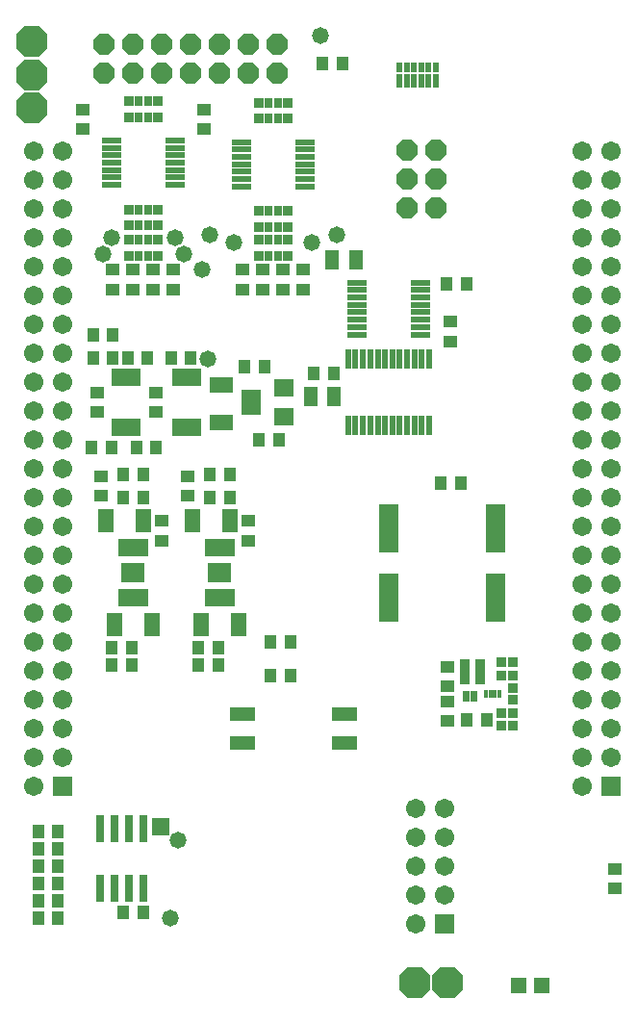
<source format=gts>
G75*
%MOIN*%
%OFA0B0*%
%FSLAX24Y24*%
%IPPOS*%
%LPD*%
%AMOC8*
5,1,8,0,0,1.08239X$1,22.5*
%
%ADD10R,0.0671X0.0671*%
%ADD11C,0.0671*%
%ADD12R,0.0500X0.0430*%
%ADD13C,0.0580*%
%ADD14R,0.0316X0.0946*%
%ADD15R,0.0430X0.0500*%
%ADD16R,0.0660X0.0220*%
%ADD17OC8,0.1085*%
%ADD18R,0.0560X0.0820*%
%ADD19R,0.0460X0.0680*%
%ADD20R,0.0220X0.0660*%
%ADD21R,0.0250X0.0640*%
%ADD22OC8,0.0740*%
%ADD23R,0.0710X0.0592*%
%ADD24R,0.0710X0.0867*%
%ADD25R,0.0552X0.0552*%
%ADD26R,0.0820X0.0560*%
%ADD27R,0.0710X0.0218*%
%ADD28R,0.0870X0.0510*%
%ADD29R,0.0631X0.0631*%
%ADD30R,0.0820X0.0700*%
%ADD31R,0.0277X0.0356*%
%ADD32R,0.0332X0.0356*%
%ADD33R,0.0230X0.0380*%
%ADD34R,0.0230X0.0480*%
%ADD35R,0.0710X0.1655*%
%ADD36C,0.0174*%
%ADD37R,0.0350X0.0380*%
%ADD38R,0.0380X0.0350*%
%ADD39C,0.0024*%
%ADD40C,0.0034*%
D10*
X005946Y008000D03*
X019196Y003250D03*
X024946Y008000D03*
D11*
X024946Y009000D03*
X024946Y010000D03*
X024946Y011000D03*
X024946Y012000D03*
X024946Y013000D03*
X024946Y014000D03*
X024946Y015000D03*
X024946Y016000D03*
X024946Y017000D03*
X024946Y018000D03*
X024946Y019000D03*
X024946Y020000D03*
X024946Y021000D03*
X024946Y022000D03*
X024946Y023000D03*
X024946Y024000D03*
X024946Y025000D03*
X024946Y026000D03*
X024946Y027000D03*
X024946Y028000D03*
X024946Y029000D03*
X024946Y030000D03*
X023946Y030000D03*
X023946Y029000D03*
X023946Y028000D03*
X023946Y027000D03*
X023946Y026000D03*
X023946Y025000D03*
X023946Y024000D03*
X023946Y023000D03*
X023946Y022000D03*
X023946Y021000D03*
X023946Y020000D03*
X023946Y019000D03*
X023946Y018000D03*
X023946Y017000D03*
X023946Y016000D03*
X023946Y015000D03*
X023946Y014000D03*
X023946Y013000D03*
X023946Y012000D03*
X023946Y011000D03*
X023946Y010000D03*
X023946Y009000D03*
X023946Y008000D03*
X019196Y007250D03*
X019196Y006250D03*
X018196Y006250D03*
X018196Y007250D03*
X018196Y005250D03*
X018196Y004250D03*
X018196Y003250D03*
X019196Y004250D03*
X019196Y005250D03*
X005946Y009000D03*
X005946Y010000D03*
X004946Y010000D03*
X004946Y009000D03*
X004946Y008000D03*
X004946Y011000D03*
X004946Y012000D03*
X004946Y013000D03*
X004946Y014000D03*
X004946Y015000D03*
X004946Y016000D03*
X004946Y017000D03*
X004946Y018000D03*
X004946Y019000D03*
X004946Y020000D03*
X004946Y021000D03*
X004946Y022000D03*
X004946Y023000D03*
X004946Y024000D03*
X004946Y025000D03*
X004946Y026000D03*
X004946Y027000D03*
X004946Y028000D03*
X004946Y029000D03*
X004946Y030000D03*
X005946Y030000D03*
X005946Y029000D03*
X005946Y028000D03*
X005946Y027000D03*
X005946Y026000D03*
X005946Y025000D03*
X005946Y024000D03*
X005946Y023000D03*
X005946Y022000D03*
X005946Y021000D03*
X005946Y020000D03*
X005946Y019000D03*
X005946Y018000D03*
X005946Y017000D03*
X005946Y016000D03*
X005946Y015000D03*
X005946Y014000D03*
X005946Y013000D03*
X005946Y012000D03*
X005946Y011000D03*
D12*
X009396Y016510D03*
X009396Y017190D03*
X010296Y018060D03*
X010296Y018740D03*
X009196Y020960D03*
X009196Y021640D03*
X007296Y018740D03*
X007296Y018060D03*
X007146Y020960D03*
X007146Y021640D03*
X007696Y025210D03*
X007696Y025890D03*
X008396Y025890D03*
X008396Y025210D03*
X009096Y025210D03*
X009096Y025890D03*
X009796Y025890D03*
X009796Y025210D03*
X012196Y025210D03*
X012196Y025890D03*
X012896Y025890D03*
X012896Y025210D03*
X013596Y025210D03*
X013596Y025890D03*
X014296Y025890D03*
X014296Y025210D03*
X010846Y030760D03*
X010846Y031440D03*
X006646Y031440D03*
X006646Y030760D03*
X012396Y017190D03*
X012396Y016510D03*
X019296Y012140D03*
X019296Y011460D03*
X019296Y010940D03*
X019296Y010260D03*
X025096Y005140D03*
X025096Y004460D03*
X019396Y023410D03*
X019396Y024090D03*
D13*
X015446Y027100D03*
X014596Y026850D03*
X011896Y026850D03*
X011046Y027100D03*
X010146Y026450D03*
X009846Y027000D03*
X010796Y025900D03*
X010996Y022800D03*
X007646Y027000D03*
X007346Y026450D03*
X014896Y034000D03*
X009946Y006150D03*
X009696Y003450D03*
D14*
X008746Y004476D03*
X008246Y004476D03*
X007746Y004476D03*
X007246Y004476D03*
X007246Y006524D03*
X007746Y006524D03*
X008246Y006524D03*
X008746Y006524D03*
D15*
X005106Y003450D03*
X005106Y004050D03*
X005106Y004650D03*
X005106Y005250D03*
X005106Y005850D03*
X005106Y006450D03*
X005786Y006450D03*
X005786Y005850D03*
X005786Y005250D03*
X005786Y004650D03*
X005786Y004050D03*
X005786Y003450D03*
X008056Y003650D03*
X008736Y003650D03*
X013156Y011850D03*
X013836Y011850D03*
X013836Y013000D03*
X013156Y013000D03*
X011336Y012800D03*
X011336Y012200D03*
X010656Y012200D03*
X010656Y012800D03*
X008336Y012800D03*
X008336Y012200D03*
X007656Y012200D03*
X007656Y012800D03*
X008056Y018000D03*
X008736Y018000D03*
X008736Y018800D03*
X008056Y018800D03*
X007636Y019750D03*
X006956Y019750D03*
X008506Y019750D03*
X009186Y019750D03*
X011056Y018800D03*
X011056Y018000D03*
X011736Y018000D03*
X011736Y018800D03*
X012756Y020000D03*
X013436Y020000D03*
X014656Y022300D03*
X015336Y022300D03*
X012936Y022550D03*
X012256Y022550D03*
X010386Y022850D03*
X009706Y022850D03*
X008886Y022850D03*
X008206Y022850D03*
X007686Y022850D03*
X007006Y022850D03*
X007006Y023650D03*
X007686Y023650D03*
X014956Y033050D03*
X015636Y033050D03*
X019256Y025400D03*
X019936Y025400D03*
X019736Y018500D03*
X019056Y018500D03*
X019956Y010300D03*
X020636Y010300D03*
D16*
X018356Y023650D03*
X018356Y023910D03*
X018356Y024170D03*
X018356Y024420D03*
X018356Y024680D03*
X018356Y024930D03*
X018356Y025190D03*
X018356Y025450D03*
X016136Y025450D03*
X016136Y025190D03*
X016136Y024930D03*
X016136Y024680D03*
X016136Y024420D03*
X016136Y024170D03*
X016136Y023910D03*
X016136Y023650D03*
D17*
X004896Y031500D03*
X004896Y032650D03*
X004896Y033800D03*
X018146Y001200D03*
X019296Y001200D03*
D18*
X012046Y013600D03*
X010746Y013600D03*
X009046Y013600D03*
X007746Y013600D03*
X007446Y017200D03*
X008746Y017200D03*
X010446Y017200D03*
X011746Y017200D03*
D19*
X014536Y021500D03*
X015356Y021500D03*
X015286Y026250D03*
X016106Y026250D03*
D20*
X016096Y022800D03*
X016346Y022800D03*
X015836Y022800D03*
X016606Y022800D03*
X016866Y022800D03*
X017116Y022800D03*
X017376Y022800D03*
X017626Y022800D03*
X017886Y022800D03*
X018146Y022800D03*
X018396Y022800D03*
X018656Y022800D03*
X018656Y020500D03*
X018396Y020500D03*
X018146Y020500D03*
X017886Y020500D03*
X017626Y020500D03*
X017376Y020500D03*
X017116Y020500D03*
X016866Y020500D03*
X016606Y020500D03*
X016346Y020500D03*
X016096Y020500D03*
X015836Y020500D03*
D21*
X011776Y016260D03*
X011526Y016260D03*
X011266Y016260D03*
X011016Y016260D03*
X011016Y014540D03*
X011266Y014540D03*
X011526Y014540D03*
X011776Y014540D03*
X008776Y014540D03*
X008526Y014540D03*
X008266Y014540D03*
X008016Y014540D03*
X008016Y016260D03*
X008266Y016260D03*
X008526Y016260D03*
X008776Y016260D03*
X008526Y020440D03*
X008276Y020440D03*
X008016Y020440D03*
X007766Y020440D03*
X007766Y022160D03*
X008016Y022160D03*
X008276Y022160D03*
X008526Y022160D03*
X009866Y022160D03*
X010116Y022160D03*
X010376Y022160D03*
X010626Y022160D03*
X010626Y020440D03*
X010376Y020440D03*
X010116Y020440D03*
X009866Y020440D03*
D22*
X017896Y028050D03*
X017896Y029050D03*
X017896Y030050D03*
X018896Y030050D03*
X018896Y029050D03*
X018896Y028050D03*
X013396Y032700D03*
X013396Y033700D03*
X012396Y033700D03*
X012396Y032700D03*
X011396Y032700D03*
X010396Y032700D03*
X010396Y033700D03*
X011396Y033700D03*
X009396Y033700D03*
X009396Y032700D03*
X008396Y032700D03*
X008396Y033700D03*
X007396Y033700D03*
X007396Y032700D03*
D23*
X013617Y021800D03*
X013617Y020800D03*
D24*
X012475Y021300D03*
D25*
X021733Y001100D03*
X022560Y001100D03*
D26*
X011446Y020600D03*
X011446Y021900D03*
D27*
X012144Y028782D03*
X012144Y029038D03*
X012144Y029294D03*
X012144Y029550D03*
X012144Y029806D03*
X012144Y030062D03*
X012144Y030318D03*
X014349Y030318D03*
X014349Y030062D03*
X014349Y029806D03*
X014349Y029550D03*
X014349Y029294D03*
X014349Y029038D03*
X014349Y028782D03*
X009849Y028832D03*
X009849Y029088D03*
X009849Y029344D03*
X009849Y029600D03*
X009849Y029856D03*
X009849Y030112D03*
X009849Y030368D03*
X007644Y030368D03*
X007644Y030112D03*
X007644Y029856D03*
X007644Y029600D03*
X007644Y029344D03*
X007644Y029088D03*
X007644Y028832D03*
D28*
X012176Y010500D03*
X012176Y009500D03*
X015716Y009500D03*
X015716Y010500D03*
D29*
X009346Y006600D03*
D30*
X008396Y015400D03*
X011396Y015400D03*
D31*
X013089Y026374D03*
X013404Y026374D03*
X013404Y026926D03*
X013089Y026926D03*
X013089Y027374D03*
X013404Y027374D03*
X013404Y027926D03*
X013089Y027926D03*
X013089Y031124D03*
X013404Y031124D03*
X013404Y031676D03*
X013089Y031676D03*
X008904Y031726D03*
X008589Y031726D03*
X008589Y031174D03*
X008904Y031174D03*
X008904Y027976D03*
X008589Y027976D03*
X008589Y027424D03*
X008904Y027424D03*
X008904Y026926D03*
X008589Y026926D03*
X008589Y026374D03*
X008904Y026374D03*
D32*
X009246Y026374D03*
X009246Y026926D03*
X009246Y027424D03*
X009246Y027976D03*
X008246Y027976D03*
X008246Y027424D03*
X008246Y026926D03*
X008246Y026374D03*
X008246Y031174D03*
X008246Y031726D03*
X009246Y031726D03*
X009246Y031174D03*
X012746Y031124D03*
X012746Y031676D03*
X013746Y031676D03*
X013746Y031124D03*
X013746Y027926D03*
X013746Y027374D03*
X013746Y026926D03*
X013746Y026374D03*
X012746Y026374D03*
X012746Y026926D03*
X012746Y027374D03*
X012746Y027926D03*
D33*
X017621Y032900D03*
X017871Y032900D03*
X018121Y032900D03*
X018371Y032900D03*
X018621Y032900D03*
X018871Y032900D03*
D34*
X018871Y032450D03*
X018621Y032450D03*
X018371Y032450D03*
X018121Y032450D03*
X017871Y032450D03*
X017621Y032450D03*
D35*
X017246Y016951D03*
X017246Y014549D03*
X020946Y014549D03*
X020946Y016951D03*
D36*
X020925Y011279D03*
X021082Y011279D03*
X021082Y011121D03*
X020925Y011121D03*
X020767Y011121D03*
X020610Y011121D03*
X020610Y011279D03*
X020767Y011279D03*
D37*
X021136Y011850D03*
X021136Y012300D03*
X021556Y012300D03*
X021556Y011850D03*
X021556Y010550D03*
X021556Y010100D03*
X021136Y010100D03*
X021136Y010550D03*
D38*
X021546Y010990D03*
X021546Y011410D03*
D39*
X020290Y010984D02*
X020078Y010984D01*
X020078Y011316D01*
X020290Y011316D01*
X020290Y010984D01*
X020290Y011007D02*
X020078Y011007D01*
X020078Y011030D02*
X020290Y011030D01*
X020290Y011053D02*
X020078Y011053D01*
X020078Y011076D02*
X020290Y011076D01*
X020290Y011099D02*
X020078Y011099D01*
X020078Y011122D02*
X020290Y011122D01*
X020290Y011145D02*
X020078Y011145D01*
X020078Y011168D02*
X020290Y011168D01*
X020290Y011191D02*
X020078Y011191D01*
X020078Y011214D02*
X020290Y011214D01*
X020290Y011237D02*
X020078Y011237D01*
X020078Y011260D02*
X020290Y011260D01*
X020290Y011283D02*
X020078Y011283D01*
X020078Y011306D02*
X020290Y011306D01*
X020014Y010984D02*
X019802Y010984D01*
X019802Y011316D01*
X020014Y011316D01*
X020014Y010984D01*
X020014Y011007D02*
X019802Y011007D01*
X019802Y011030D02*
X020014Y011030D01*
X020014Y011053D02*
X019802Y011053D01*
X019802Y011076D02*
X020014Y011076D01*
X020014Y011099D02*
X019802Y011099D01*
X019802Y011122D02*
X020014Y011122D01*
X020014Y011145D02*
X019802Y011145D01*
X019802Y011168D02*
X020014Y011168D01*
X020014Y011191D02*
X019802Y011191D01*
X019802Y011214D02*
X020014Y011214D01*
X020014Y011237D02*
X019802Y011237D01*
X019802Y011260D02*
X020014Y011260D01*
X020014Y011283D02*
X019802Y011283D01*
X019802Y011306D02*
X020014Y011306D01*
D40*
X020031Y011584D02*
X019729Y011584D01*
X019729Y012416D01*
X020031Y012416D01*
X020031Y011584D01*
X020031Y011617D02*
X019729Y011617D01*
X019729Y011650D02*
X020031Y011650D01*
X020031Y011683D02*
X019729Y011683D01*
X019729Y011716D02*
X020031Y011716D01*
X020031Y011749D02*
X019729Y011749D01*
X019729Y011782D02*
X020031Y011782D01*
X020031Y011815D02*
X019729Y011815D01*
X019729Y011848D02*
X020031Y011848D01*
X020031Y011881D02*
X019729Y011881D01*
X019729Y011914D02*
X020031Y011914D01*
X020031Y011947D02*
X019729Y011947D01*
X019729Y011980D02*
X020031Y011980D01*
X020031Y012013D02*
X019729Y012013D01*
X019729Y012046D02*
X020031Y012046D01*
X020031Y012079D02*
X019729Y012079D01*
X019729Y012112D02*
X020031Y012112D01*
X020031Y012145D02*
X019729Y012145D01*
X019729Y012178D02*
X020031Y012178D01*
X020031Y012211D02*
X019729Y012211D01*
X019729Y012244D02*
X020031Y012244D01*
X020031Y012277D02*
X019729Y012277D01*
X019729Y012310D02*
X020031Y012310D01*
X020031Y012343D02*
X019729Y012343D01*
X019729Y012376D02*
X020031Y012376D01*
X020031Y012409D02*
X019729Y012409D01*
X020261Y011584D02*
X020563Y011584D01*
X020261Y011584D02*
X020261Y012416D01*
X020563Y012416D01*
X020563Y011584D01*
X020563Y011617D02*
X020261Y011617D01*
X020261Y011650D02*
X020563Y011650D01*
X020563Y011683D02*
X020261Y011683D01*
X020261Y011716D02*
X020563Y011716D01*
X020563Y011749D02*
X020261Y011749D01*
X020261Y011782D02*
X020563Y011782D01*
X020563Y011815D02*
X020261Y011815D01*
X020261Y011848D02*
X020563Y011848D01*
X020563Y011881D02*
X020261Y011881D01*
X020261Y011914D02*
X020563Y011914D01*
X020563Y011947D02*
X020261Y011947D01*
X020261Y011980D02*
X020563Y011980D01*
X020563Y012013D02*
X020261Y012013D01*
X020261Y012046D02*
X020563Y012046D01*
X020563Y012079D02*
X020261Y012079D01*
X020261Y012112D02*
X020563Y012112D01*
X020563Y012145D02*
X020261Y012145D01*
X020261Y012178D02*
X020563Y012178D01*
X020563Y012211D02*
X020261Y012211D01*
X020261Y012244D02*
X020563Y012244D01*
X020563Y012277D02*
X020261Y012277D01*
X020261Y012310D02*
X020563Y012310D01*
X020563Y012343D02*
X020261Y012343D01*
X020261Y012376D02*
X020563Y012376D01*
X020563Y012409D02*
X020261Y012409D01*
M02*

</source>
